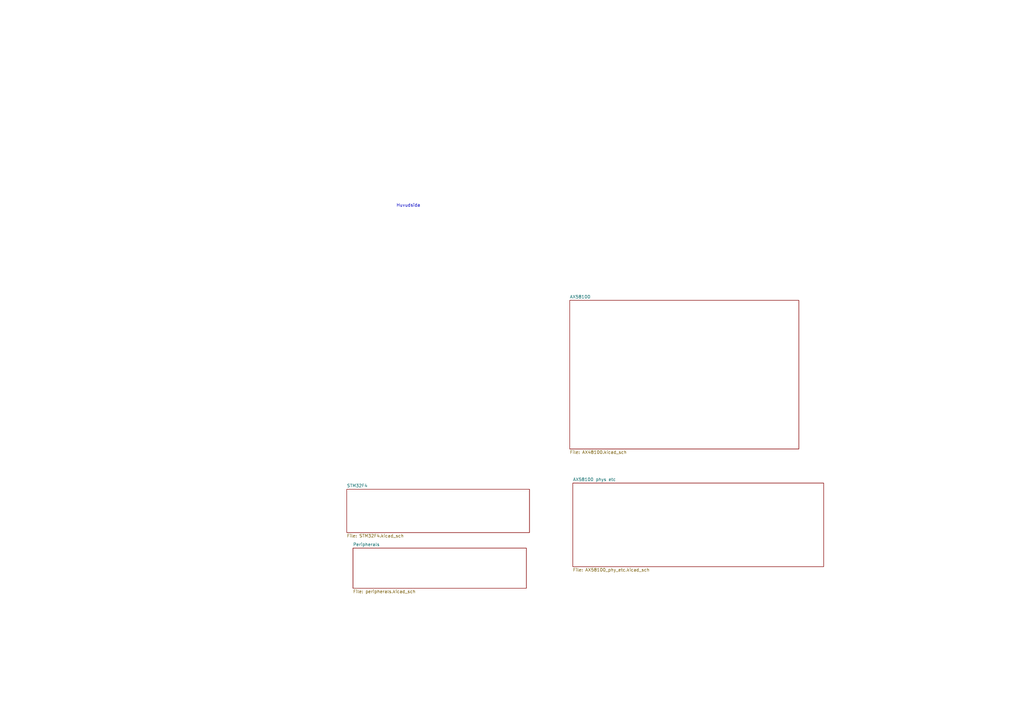
<source format=kicad_sch>
(kicad_sch (version 20230121) (generator eeschema)

  (uuid 5597aedc-b607-407f-bbfd-31b3b298ecb1)

  (paper "A3")

  (lib_symbols
  )


  (text "Huvudsida" (at 162.56 85.09 0)
    (effects (font (size 1.27 1.27)) (justify left bottom))
    (uuid adf2be63-7ec7-44be-837f-901ddbc80717)
  )

  (sheet (at 144.78 224.79) (size 71.12 16.51) (fields_autoplaced)
    (stroke (width 0.1524) (type solid))
    (fill (color 0 0 0 0.0000))
    (uuid 0a376a6c-0f15-42f8-81f6-3a55619be267)
    (property "Sheetname" "Peripherals" (at 144.78 224.0784 0)
      (effects (font (size 1.27 1.27)) (justify left bottom))
    )
    (property "Sheetfile" "peripherals.kicad_sch" (at 144.78 241.8846 0)
      (effects (font (size 1.27 1.27)) (justify left top))
    )
    (instances
      (project "Ax58100-stm32-ethercat"
        (path "/5597aedc-b607-407f-bbfd-31b3b298ecb1" (page "5"))
      )
    )
  )

  (sheet (at 234.95 198.12) (size 102.87 34.29) (fields_autoplaced)
    (stroke (width 0.1524) (type solid))
    (fill (color 0 0 0 0.0000))
    (uuid 5bf93325-f5d9-4344-9bf3-f5fc91bc1622)
    (property "Sheetname" "AX58100 phys etc" (at 234.95 197.4084 0)
      (effects (font (size 1.27 1.27)) (justify left bottom))
    )
    (property "Sheetfile" "AX58100_phy_etc.kicad_sch" (at 234.95 232.9946 0)
      (effects (font (size 1.27 1.27)) (justify left top))
    )
    (instances
      (project "Ax58100-stm32-ethercat"
        (path "/5597aedc-b607-407f-bbfd-31b3b298ecb1" (page "3"))
      )
    )
  )

  (sheet (at 233.68 123.19) (size 93.98 60.96) (fields_autoplaced)
    (stroke (width 0.1524) (type solid))
    (fill (color 0 0 0 0.0000))
    (uuid 9f485422-734f-43d3-94ea-443cbc453d2e)
    (property "Sheetname" "AX58100" (at 233.68 122.4784 0)
      (effects (font (size 1.27 1.27)) (justify left bottom))
    )
    (property "Sheetfile" "AX48100.kicad_sch" (at 233.68 184.7346 0)
      (effects (font (size 1.27 1.27)) (justify left top))
    )
    (instances
      (project "Ax58100-stm32-ethercat"
        (path "/5597aedc-b607-407f-bbfd-31b3b298ecb1" (page "2"))
      )
    )
  )

  (sheet (at 142.24 200.66) (size 74.93 17.78) (fields_autoplaced)
    (stroke (width 0.1524) (type solid))
    (fill (color 0 0 0 0.0000))
    (uuid d564400f-40ba-4aca-9c2a-14ec52a8353b)
    (property "Sheetname" "STM32F4" (at 142.24 199.9484 0)
      (effects (font (size 1.27 1.27)) (justify left bottom))
    )
    (property "Sheetfile" "STM32F4.kicad_sch" (at 142.24 219.0246 0)
      (effects (font (size 1.27 1.27)) (justify left top))
    )
    (instances
      (project "Ax58100-stm32-ethercat"
        (path "/5597aedc-b607-407f-bbfd-31b3b298ecb1" (page "4"))
      )
    )
  )

  (sheet_instances
    (path "/" (page "1"))
  )
)

</source>
